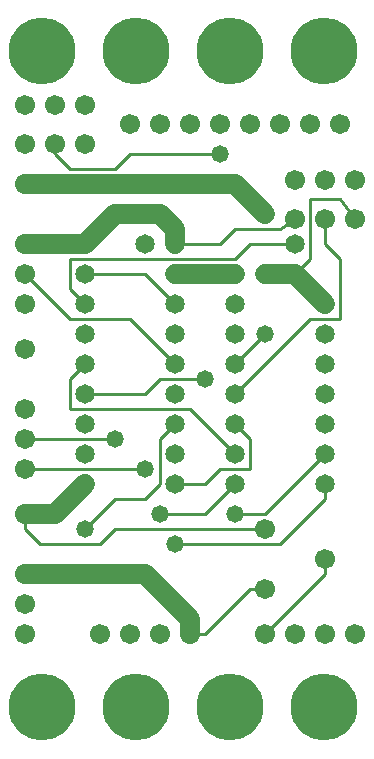
<source format=gbl>
%MOIN*%
%FSLAX25Y25*%
G04 D10 used for Character Trace; *
G04     Circle (OD=.01000) (No hole)*
G04 D11 used for Power Trace; *
G04     Circle (OD=.06700) (No hole)*
G04 D12 used for Signal Trace; *
G04     Circle (OD=.01100) (No hole)*
G04 D13 used for Via; *
G04     Circle (OD=.05800) (Round. Hole ID=.02800)*
G04 D14 used for Component hole; *
G04     Circle (OD=.06500) (Round. Hole ID=.03500)*
G04 D15 used for Component hole; *
G04     Circle (OD=.06700) (Round. Hole ID=.04300)*
G04 D16 used for Component hole; *
G04     Circle (OD=.08100) (Round. Hole ID=.05100)*
G04 D17 used for Component hole; *
G04     Circle (OD=.08900) (Round. Hole ID=.05900)*
G04 D18 used for Component hole; *
G04     Circle (OD=.11300) (Round. Hole ID=.08300)*
G04 D19 used for Component hole; *
G04     Circle (OD=.16000) (Round. Hole ID=.13000)*
G04 D20 used for Component hole; *
G04     Circle (OD=.18300) (Round. Hole ID=.15300)*
G04 D21 used for Component hole; *
G04     Circle (OD=.22291) (Round. Hole ID=.19291)*
%ADD10C,.01000*%
%ADD11C,.06700*%
%ADD12C,.01100*%
%ADD13C,.05800*%
%ADD14C,.06500*%
%ADD15C,.06700*%
%ADD16C,.08100*%
%ADD17C,.08900*%
%ADD18C,.11300*%
%ADD19C,.16000*%
%ADD20C,.18300*%
%ADD21C,.22291*%
%IPPOS*%
%LPD*%
G90*X0Y0D02*D21*X15625Y15625D03*D15*              
X35000Y40000D03*X10000D03*D21*X46875Y15625D03*D15*
X45000Y40000D03*X10000Y50000D03*X55000Y40000D03*  
D11*X65000Y45000D02*X50000Y60000D01*              
X65000Y40000D02*Y45000D01*D15*Y40000D03*D12*      
X70000D01*X85000Y55000D01*X90000D01*D15*D03*D12*  
X60000Y70000D02*X95000D01*D13*X60000D03*D12*      
X55000Y80000D02*X70000D01*D13*X55000D03*D12*      
X40000Y85000D02*X50000D01*X30000Y75000D02*        
X40000Y85000D01*D13*X30000Y75000D03*D12*          
X15000Y70000D02*X35000D01*X15000D02*              
X10000Y75000D01*Y80000D01*D15*D03*D11*X20000D01*  
X30000Y90000D01*D14*D03*Y100000D03*D13*           
X40000Y105000D03*D12*X10000D01*D15*D03*Y115000D03*
Y95000D03*D12*X50000D01*D13*D03*D12*Y85000D02*    
X55000Y90000D01*Y105000D01*X60000Y110000D01*D14*  
D03*D12*X80000Y100000D02*X65000Y115000D01*D14*    
X80000Y100000D03*D12*X75000Y95000D02*X85000D01*   
X70000Y90000D02*X75000Y95000D01*X60000Y90000D02*  
X70000D01*D14*X60000D03*D12*X70000Y80000D02*      
X80000Y90000D01*D14*D03*D12*X85000Y95000D02*      
Y105000D01*X80000Y110000D01*D14*D03*Y120000D03*   
D12*X105000Y145000D01*X115000D01*Y165000D01*      
X110000Y170000D01*Y178500D01*D15*D03*D12*         
X120000D02*X115000Y185000D01*D15*                 
X120000Y178500D03*D12*X105000Y185000D02*          
X115000D01*X105000Y165000D02*Y185000D01*          
X100000Y160000D02*X105000Y165000D01*D14*          
X100000Y160000D03*D11*X110000Y150000D01*D14*D03*  
D11*X90000Y160000D02*X100000D01*D13*X90000D03*D14*
X100000Y170000D03*D12*X85000D01*X80000Y165000D01* 
X25000D01*Y155000D01*X30000Y150000D01*D14*D03*D12*
X25000Y145000D02*X45000D01*X60000Y130000D01*D14*  
D03*D12*X50000Y120000D02*X55000Y125000D01*        
X30000Y120000D02*X50000D01*D14*X30000D03*D12*     
X25000Y115000D02*Y125000D01*Y115000D02*X65000D01* 
D14*X60000Y120000D03*D12*X55000Y125000D02*        
X70000D01*D13*D03*D14*X80000Y130000D03*D12*       
X90000Y140000D01*D13*D03*D14*X80000Y150000D03*    
Y140000D03*X110000Y120000D03*D13*X70000Y160000D03*
D11*X60000D01*D14*D03*X50000Y170000D03*D11*       
X70000Y160000D02*X80000D01*D14*D03*D12*           
X60000Y170000D02*X75000D01*D14*X60000D03*D11*     
Y175000D01*X55000Y180000D01*X40000D01*            
X30000Y170000D01*D14*D03*D11*X10000D01*D15*D03*   
Y160000D03*D12*X25000Y145000D01*D14*              
X30000Y140000D03*Y160000D03*D12*X50000D01*        
X60000Y150000D01*D14*D03*Y140000D03*D12*          
X75000Y170000D02*X80000Y175000D01*X95000D01*      
X100000Y178500D01*D15*D03*X110000Y191500D03*      
X100000D03*D13*X90000Y180000D03*D11*              
X80000Y190000D01*X10000D01*D15*D03*D12*           
X25000Y195000D02*X20000Y200000D01*                
X25000Y195000D02*X40000D01*X45000Y200000D01*      
X75000D01*D13*D03*D15*X85000Y210000D03*X65000D03* 
X75000D03*X55000D03*X95000D03*X45000D03*          
X105000D03*D21*X109375Y234375D03*X78125D03*       
X46875D03*D15*X115000Y210000D03*X30000Y216500D03* 
X120000Y191500D03*X30000Y203500D03*               
X20000Y216500D03*Y203500D03*D12*Y200000D01*D15*   
X10000Y203500D03*Y216500D03*D21*X15625Y234375D03* 
D15*X10000Y150000D03*Y135000D03*D14*              
X30000Y130000D03*D12*X25000Y125000D01*D14*        
X30000Y110000D03*X60000Y100000D03*D12*            
X35000Y70000D02*X40000Y75000D01*X90000D01*D15*D03*
D12*X95000Y70000D02*X110000Y85000D01*Y90000D01*   
D14*D03*Y100000D03*D12*X90000Y80000D01*X80000D01* 
D13*D03*D14*X110000Y110000D03*D12*X90000Y40000D02*
X110000Y60000D01*D15*X90000Y40000D03*X100000D03*  
D12*X110000Y60000D02*Y65000D01*D15*D03*Y40000D03* 
X120000D03*D21*X78125Y15625D03*X109375D03*D11*    
X10000Y60000D02*X50000D01*D15*X10000D03*D14*      
X110000Y130000D03*Y140000D03*M02*                 

</source>
